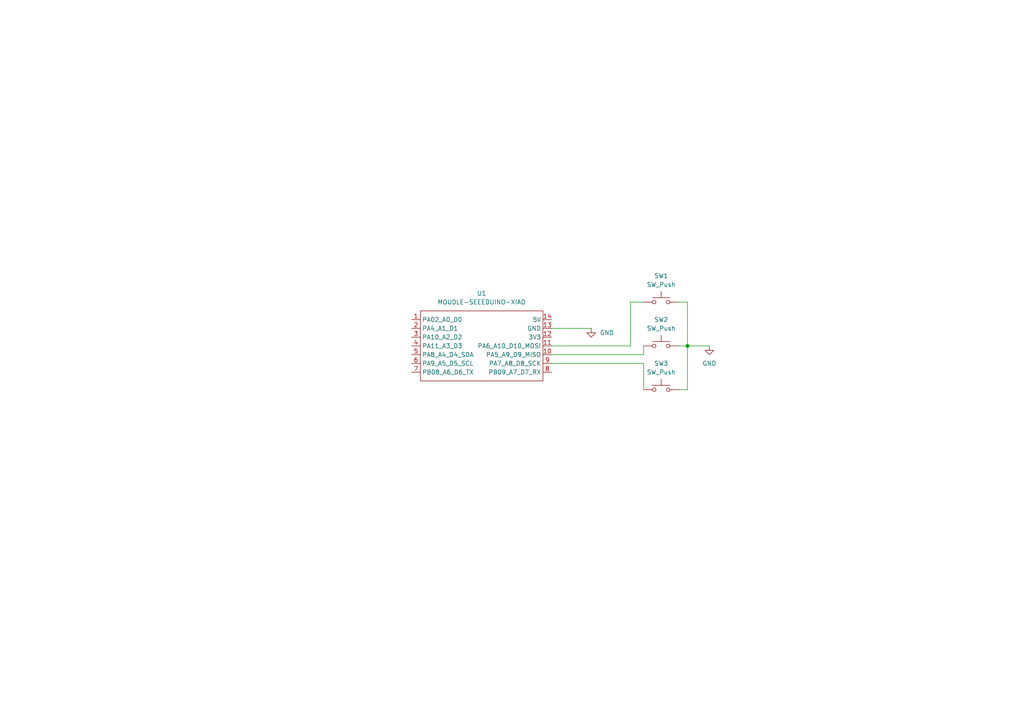
<source format=kicad_sch>
(kicad_sch
	(version 20250114)
	(generator "eeschema")
	(generator_version "9.0")
	(uuid "1edf2b54-eb90-4898-8fa6-0feeeb8ebfac")
	(paper "A4")
	(lib_symbols
		(symbol "Switch:SW_Push"
			(pin_numbers
				(hide yes)
			)
			(pin_names
				(offset 1.016)
				(hide yes)
			)
			(exclude_from_sim no)
			(in_bom yes)
			(on_board yes)
			(property "Reference" "SW"
				(at 1.27 2.54 0)
				(effects
					(font
						(size 1.27 1.27)
					)
					(justify left)
				)
			)
			(property "Value" "SW_Push"
				(at 0 -1.524 0)
				(effects
					(font
						(size 1.27 1.27)
					)
				)
			)
			(property "Footprint" ""
				(at 0 5.08 0)
				(effects
					(font
						(size 1.27 1.27)
					)
					(hide yes)
				)
			)
			(property "Datasheet" "~"
				(at 0 5.08 0)
				(effects
					(font
						(size 1.27 1.27)
					)
					(hide yes)
				)
			)
			(property "Description" "Push button switch, generic, two pins"
				(at 0 0 0)
				(effects
					(font
						(size 1.27 1.27)
					)
					(hide yes)
				)
			)
			(property "ki_keywords" "switch normally-open pushbutton push-button"
				(at 0 0 0)
				(effects
					(font
						(size 1.27 1.27)
					)
					(hide yes)
				)
			)
			(symbol "SW_Push_0_1"
				(circle
					(center -2.032 0)
					(radius 0.508)
					(stroke
						(width 0)
						(type default)
					)
					(fill
						(type none)
					)
				)
				(polyline
					(pts
						(xy 0 1.27) (xy 0 3.048)
					)
					(stroke
						(width 0)
						(type default)
					)
					(fill
						(type none)
					)
				)
				(circle
					(center 2.032 0)
					(radius 0.508)
					(stroke
						(width 0)
						(type default)
					)
					(fill
						(type none)
					)
				)
				(polyline
					(pts
						(xy 2.54 1.27) (xy -2.54 1.27)
					)
					(stroke
						(width 0)
						(type default)
					)
					(fill
						(type none)
					)
				)
				(pin passive line
					(at -5.08 0 0)
					(length 2.54)
					(name "1"
						(effects
							(font
								(size 1.27 1.27)
							)
						)
					)
					(number "1"
						(effects
							(font
								(size 1.27 1.27)
							)
						)
					)
				)
				(pin passive line
					(at 5.08 0 180)
					(length 2.54)
					(name "2"
						(effects
							(font
								(size 1.27 1.27)
							)
						)
					)
					(number "2"
						(effects
							(font
								(size 1.27 1.27)
							)
						)
					)
				)
			)
			(embedded_fonts no)
		)
		(symbol "XIAO_RP2040:MOUDLE-SEEEDUINO-XIAO"
			(exclude_from_sim no)
			(in_bom yes)
			(on_board yes)
			(property "Reference" "U"
				(at -16.51 11.43 0)
				(effects
					(font
						(size 1.27 1.27)
					)
				)
			)
			(property "Value" "MOUDLE-SEEEDUINO-XIAO"
				(at -3.81 -11.43 0)
				(effects
					(font
						(size 1.27 1.27)
					)
				)
			)
			(property "Footprint" ""
				(at -16.51 2.54 0)
				(effects
					(font
						(size 1.27 1.27)
					)
					(hide yes)
				)
			)
			(property "Datasheet" ""
				(at -16.51 2.54 0)
				(effects
					(font
						(size 1.27 1.27)
					)
					(hide yes)
				)
			)
			(property "Description" ""
				(at 0 0 0)
				(effects
					(font
						(size 1.27 1.27)
					)
					(hide yes)
				)
			)
			(symbol "MOUDLE-SEEEDUINO-XIAO_0_1"
				(rectangle
					(start -16.51 10.16)
					(end 19.05 -10.16)
					(stroke
						(width 0)
						(type default)
					)
					(fill
						(type none)
					)
				)
			)
			(symbol "MOUDLE-SEEEDUINO-XIAO_1_1"
				(pin passive line
					(at -19.05 7.62 0)
					(length 2.54)
					(name "PA02_A0_D0"
						(effects
							(font
								(size 1.27 1.27)
							)
						)
					)
					(number "1"
						(effects
							(font
								(size 1.27 1.27)
							)
						)
					)
				)
				(pin passive line
					(at -19.05 5.08 0)
					(length 2.54)
					(name "PA4_A1_D1"
						(effects
							(font
								(size 1.27 1.27)
							)
						)
					)
					(number "2"
						(effects
							(font
								(size 1.27 1.27)
							)
						)
					)
				)
				(pin passive line
					(at -19.05 2.54 0)
					(length 2.54)
					(name "PA10_A2_D2"
						(effects
							(font
								(size 1.27 1.27)
							)
						)
					)
					(number "3"
						(effects
							(font
								(size 1.27 1.27)
							)
						)
					)
				)
				(pin passive line
					(at -19.05 0 0)
					(length 2.54)
					(name "PA11_A3_D3"
						(effects
							(font
								(size 1.27 1.27)
							)
						)
					)
					(number "4"
						(effects
							(font
								(size 1.27 1.27)
							)
						)
					)
				)
				(pin passive line
					(at -19.05 -2.54 0)
					(length 2.54)
					(name "PA8_A4_D4_SDA"
						(effects
							(font
								(size 1.27 1.27)
							)
						)
					)
					(number "5"
						(effects
							(font
								(size 1.27 1.27)
							)
						)
					)
				)
				(pin passive line
					(at -19.05 -5.08 0)
					(length 2.54)
					(name "PA9_A5_D5_SCL"
						(effects
							(font
								(size 1.27 1.27)
							)
						)
					)
					(number "6"
						(effects
							(font
								(size 1.27 1.27)
							)
						)
					)
				)
				(pin passive line
					(at -19.05 -7.62 0)
					(length 2.54)
					(name "PB08_A6_D6_TX"
						(effects
							(font
								(size 1.27 1.27)
							)
						)
					)
					(number "7"
						(effects
							(font
								(size 1.27 1.27)
							)
						)
					)
				)
				(pin passive line
					(at 21.59 7.62 180)
					(length 2.54)
					(name "5V"
						(effects
							(font
								(size 1.27 1.27)
							)
						)
					)
					(number "14"
						(effects
							(font
								(size 1.27 1.27)
							)
						)
					)
				)
				(pin passive line
					(at 21.59 5.08 180)
					(length 2.54)
					(name "GND"
						(effects
							(font
								(size 1.27 1.27)
							)
						)
					)
					(number "13"
						(effects
							(font
								(size 1.27 1.27)
							)
						)
					)
				)
				(pin passive line
					(at 21.59 2.54 180)
					(length 2.54)
					(name "3V3"
						(effects
							(font
								(size 1.27 1.27)
							)
						)
					)
					(number "12"
						(effects
							(font
								(size 1.27 1.27)
							)
						)
					)
				)
				(pin passive line
					(at 21.59 0 180)
					(length 2.54)
					(name "PA6_A10_D10_MOSI"
						(effects
							(font
								(size 1.27 1.27)
							)
						)
					)
					(number "11"
						(effects
							(font
								(size 1.27 1.27)
							)
						)
					)
				)
				(pin passive line
					(at 21.59 -2.54 180)
					(length 2.54)
					(name "PA5_A9_D9_MISO"
						(effects
							(font
								(size 1.27 1.27)
							)
						)
					)
					(number "10"
						(effects
							(font
								(size 1.27 1.27)
							)
						)
					)
				)
				(pin passive line
					(at 21.59 -5.08 180)
					(length 2.54)
					(name "PA7_A8_D8_SCK"
						(effects
							(font
								(size 1.27 1.27)
							)
						)
					)
					(number "9"
						(effects
							(font
								(size 1.27 1.27)
							)
						)
					)
				)
				(pin passive line
					(at 21.59 -7.62 180)
					(length 2.54)
					(name "PB09_A7_D7_RX"
						(effects
							(font
								(size 1.27 1.27)
							)
						)
					)
					(number "8"
						(effects
							(font
								(size 1.27 1.27)
							)
						)
					)
				)
			)
			(embedded_fonts no)
		)
		(symbol "power:GND"
			(power)
			(pin_numbers
				(hide yes)
			)
			(pin_names
				(offset 0)
				(hide yes)
			)
			(exclude_from_sim no)
			(in_bom yes)
			(on_board yes)
			(property "Reference" "#PWR"
				(at 0 -6.35 0)
				(effects
					(font
						(size 1.27 1.27)
					)
					(hide yes)
				)
			)
			(property "Value" "GND"
				(at 0 -3.81 0)
				(effects
					(font
						(size 1.27 1.27)
					)
				)
			)
			(property "Footprint" ""
				(at 0 0 0)
				(effects
					(font
						(size 1.27 1.27)
					)
					(hide yes)
				)
			)
			(property "Datasheet" ""
				(at 0 0 0)
				(effects
					(font
						(size 1.27 1.27)
					)
					(hide yes)
				)
			)
			(property "Description" "Power symbol creates a global label with name \"GND\" , ground"
				(at 0 0 0)
				(effects
					(font
						(size 1.27 1.27)
					)
					(hide yes)
				)
			)
			(property "ki_keywords" "global power"
				(at 0 0 0)
				(effects
					(font
						(size 1.27 1.27)
					)
					(hide yes)
				)
			)
			(symbol "GND_0_1"
				(polyline
					(pts
						(xy 0 0) (xy 0 -1.27) (xy 1.27 -1.27) (xy 0 -2.54) (xy -1.27 -1.27) (xy 0 -1.27)
					)
					(stroke
						(width 0)
						(type default)
					)
					(fill
						(type none)
					)
				)
			)
			(symbol "GND_1_1"
				(pin power_in line
					(at 0 0 270)
					(length 0)
					(name "~"
						(effects
							(font
								(size 1.27 1.27)
							)
						)
					)
					(number "1"
						(effects
							(font
								(size 1.27 1.27)
							)
						)
					)
				)
			)
			(embedded_fonts no)
		)
	)
	(junction
		(at 199.39 100.33)
		(diameter 0)
		(color 0 0 0 0)
		(uuid "87d94d70-589a-4dba-a782-827cc20ffcd5")
	)
	(wire
		(pts
			(xy 186.69 105.41) (xy 160.02 105.41)
		)
		(stroke
			(width 0)
			(type default)
		)
		(uuid "14f09f7e-5cb1-4d50-a3a4-330cca089409")
	)
	(wire
		(pts
			(xy 199.39 113.03) (xy 199.39 100.33)
		)
		(stroke
			(width 0)
			(type default)
		)
		(uuid "218587e0-1325-409c-9901-a5b68ceeb6b4")
	)
	(wire
		(pts
			(xy 171.45 95.25) (xy 160.02 95.25)
		)
		(stroke
			(width 0)
			(type default)
		)
		(uuid "23de75f8-24ad-4410-b8ea-f089b2c59868")
	)
	(wire
		(pts
			(xy 196.85 113.03) (xy 199.39 113.03)
		)
		(stroke
			(width 0)
			(type default)
		)
		(uuid "4e64fe17-197c-4307-844c-48959c7b2531")
	)
	(wire
		(pts
			(xy 182.88 100.33) (xy 160.02 100.33)
		)
		(stroke
			(width 0)
			(type default)
		)
		(uuid "56c9215e-75f8-43d5-8b2e-854d331f6d90")
	)
	(wire
		(pts
			(xy 199.39 87.63) (xy 199.39 100.33)
		)
		(stroke
			(width 0)
			(type default)
		)
		(uuid "62b21570-9847-4c76-89ea-a1370bc2ca75")
	)
	(wire
		(pts
			(xy 182.88 87.63) (xy 182.88 100.33)
		)
		(stroke
			(width 0)
			(type default)
		)
		(uuid "673e9eac-dcd5-4148-bd2a-fcd364de7fc2")
	)
	(wire
		(pts
			(xy 186.69 102.87) (xy 160.02 102.87)
		)
		(stroke
			(width 0)
			(type default)
		)
		(uuid "8d641022-fa22-400c-a361-dbe20221d94b")
	)
	(wire
		(pts
			(xy 186.69 87.63) (xy 182.88 87.63)
		)
		(stroke
			(width 0)
			(type default)
		)
		(uuid "9a893963-8765-4fe4-aec9-cb2ec83b249d")
	)
	(wire
		(pts
			(xy 199.39 100.33) (xy 196.85 100.33)
		)
		(stroke
			(width 0)
			(type default)
		)
		(uuid "b9ad8acb-1078-4560-9940-b3d5dfee06be")
	)
	(wire
		(pts
			(xy 186.69 100.33) (xy 186.69 102.87)
		)
		(stroke
			(width 0)
			(type default)
		)
		(uuid "cf9010ca-2f84-4a0f-9efd-f46721163462")
	)
	(wire
		(pts
			(xy 186.69 113.03) (xy 186.69 105.41)
		)
		(stroke
			(width 0)
			(type default)
		)
		(uuid "d12ee9de-5efa-4e78-9ae7-91c3fafe450d")
	)
	(wire
		(pts
			(xy 196.85 87.63) (xy 199.39 87.63)
		)
		(stroke
			(width 0)
			(type default)
		)
		(uuid "d8bf6947-bcec-4911-87ef-75ef9bf826bf")
	)
	(wire
		(pts
			(xy 205.74 100.33) (xy 199.39 100.33)
		)
		(stroke
			(width 0)
			(type default)
		)
		(uuid "dbf5b0f1-0b88-4d60-8a66-fc6f87382cc2")
	)
	(symbol
		(lib_id "XIAO_RP2040:MOUDLE-SEEEDUINO-XIAO")
		(at 138.43 100.33 0)
		(unit 1)
		(exclude_from_sim no)
		(in_bom yes)
		(on_board yes)
		(dnp no)
		(fields_autoplaced yes)
		(uuid "393d86f8-ebf0-49d0-9f72-76f4fb18d554")
		(property "Reference" "U1"
			(at 139.7 85.09 0)
			(effects
				(font
					(size 1.27 1.27)
				)
			)
		)
		(property "Value" "MOUDLE-SEEEDUINO-XIAO"
			(at 139.7 87.63 0)
			(effects
				(font
					(size 1.27 1.27)
				)
			)
		)
		(property "Footprint" "footprints:XIAO-Generic-Hybrid-14P-2.54-21X17.8MM"
			(at 121.92 97.79 0)
			(effects
				(font
					(size 1.27 1.27)
				)
				(hide yes)
			)
		)
		(property "Datasheet" ""
			(at 121.92 97.79 0)
			(effects
				(font
					(size 1.27 1.27)
				)
				(hide yes)
			)
		)
		(property "Description" ""
			(at 138.43 100.33 0)
			(effects
				(font
					(size 1.27 1.27)
				)
				(hide yes)
			)
		)
		(pin "10"
			(uuid "9bce7ffc-365a-4546-847e-a21245146e51")
		)
		(pin "14"
			(uuid "518e8036-bf36-42af-b931-833d2bb6799d")
		)
		(pin "13"
			(uuid "2e03350b-aa63-4634-91b7-a0edcb644392")
		)
		(pin "11"
			(uuid "f87ad4bc-e2e8-496e-9fae-a3cc9c718569")
		)
		(pin "3"
			(uuid "397269ce-4adc-42ae-9290-1728879cee7e")
		)
		(pin "12"
			(uuid "38eedb36-642e-48ce-a633-c6d4a2357533")
		)
		(pin "8"
			(uuid "7df3e56b-c0c1-4621-94e3-ae1936bb1442")
		)
		(pin "4"
			(uuid "555722dd-1fa3-4bc9-8b64-289b5529fcd6")
		)
		(pin "5"
			(uuid "e9764ccf-7b2c-43ef-94bc-b8a169e39efb")
		)
		(pin "2"
			(uuid "43d21733-8f67-40f8-b09f-0194049d392a")
		)
		(pin "1"
			(uuid "6b2c2e97-626f-4ddc-be50-118c35e1d7ff")
		)
		(pin "7"
			(uuid "bb2df3f4-8258-415d-844f-1a5c8f7448a0")
		)
		(pin "6"
			(uuid "2a45162e-17ee-43e8-a4e3-1bf574b341ca")
		)
		(pin "9"
			(uuid "ec939903-69b8-4851-aa0d-c95f82b684fd")
		)
		(instances
			(project ""
				(path "/1edf2b54-eb90-4898-8fa6-0feeeb8ebfac"
					(reference "U1")
					(unit 1)
				)
			)
		)
	)
	(symbol
		(lib_id "power:GND")
		(at 171.45 95.25 0)
		(unit 1)
		(exclude_from_sim no)
		(in_bom yes)
		(on_board yes)
		(dnp no)
		(fields_autoplaced yes)
		(uuid "9288fd46-73bf-4a73-984d-3581c7bbe7e7")
		(property "Reference" "#PWR01"
			(at 171.45 101.6 0)
			(effects
				(font
					(size 1.27 1.27)
				)
				(hide yes)
			)
		)
		(property "Value" "GND"
			(at 173.99 96.5199 0)
			(effects
				(font
					(size 1.27 1.27)
				)
				(justify left)
			)
		)
		(property "Footprint" ""
			(at 171.45 95.25 0)
			(effects
				(font
					(size 1.27 1.27)
				)
				(hide yes)
			)
		)
		(property "Datasheet" ""
			(at 171.45 95.25 0)
			(effects
				(font
					(size 1.27 1.27)
				)
				(hide yes)
			)
		)
		(property "Description" "Power symbol creates a global label with name \"GND\" , ground"
			(at 171.45 95.25 0)
			(effects
				(font
					(size 1.27 1.27)
				)
				(hide yes)
			)
		)
		(pin "1"
			(uuid "a1902f3a-00da-4c7d-9970-056b612e4b44")
		)
		(instances
			(project ""
				(path "/1edf2b54-eb90-4898-8fa6-0feeeb8ebfac"
					(reference "#PWR01")
					(unit 1)
				)
			)
		)
	)
	(symbol
		(lib_id "Switch:SW_Push")
		(at 191.77 113.03 0)
		(unit 1)
		(exclude_from_sim no)
		(in_bom yes)
		(on_board yes)
		(dnp no)
		(fields_autoplaced yes)
		(uuid "a1ae5fb7-bd9e-48f8-9351-e1a340dcae32")
		(property "Reference" "SW3"
			(at 191.77 105.41 0)
			(effects
				(font
					(size 1.27 1.27)
				)
			)
		)
		(property "Value" "SW_Push"
			(at 191.77 107.95 0)
			(effects
				(font
					(size 1.27 1.27)
				)
			)
		)
		(property "Footprint" "Button_Switch_Keyboard:SW_Cherry_MX_1.00u_Plate"
			(at 191.77 107.95 0)
			(effects
				(font
					(size 1.27 1.27)
				)
				(hide yes)
			)
		)
		(property "Datasheet" "~"
			(at 191.77 107.95 0)
			(effects
				(font
					(size 1.27 1.27)
				)
				(hide yes)
			)
		)
		(property "Description" "Push button switch, generic, two pins"
			(at 191.77 113.03 0)
			(effects
				(font
					(size 1.27 1.27)
				)
				(hide yes)
			)
		)
		(pin "1"
			(uuid "6c496d9b-a473-4e23-88d7-4510f3e98a01")
		)
		(pin "2"
			(uuid "4437adad-a564-4075-9e82-fada2ffb5524")
		)
		(instances
			(project "MonPremierMacpad"
				(path "/1edf2b54-eb90-4898-8fa6-0feeeb8ebfac"
					(reference "SW3")
					(unit 1)
				)
			)
		)
	)
	(symbol
		(lib_id "power:GND")
		(at 205.74 100.33 0)
		(unit 1)
		(exclude_from_sim no)
		(in_bom yes)
		(on_board yes)
		(dnp no)
		(fields_autoplaced yes)
		(uuid "abe44ef6-0005-4566-8b91-6b7b842cd3b8")
		(property "Reference" "#PWR02"
			(at 205.74 106.68 0)
			(effects
				(font
					(size 1.27 1.27)
				)
				(hide yes)
			)
		)
		(property "Value" "GND"
			(at 205.74 105.41 0)
			(effects
				(font
					(size 1.27 1.27)
				)
			)
		)
		(property "Footprint" ""
			(at 205.74 100.33 0)
			(effects
				(font
					(size 1.27 1.27)
				)
				(hide yes)
			)
		)
		(property "Datasheet" ""
			(at 205.74 100.33 0)
			(effects
				(font
					(size 1.27 1.27)
				)
				(hide yes)
			)
		)
		(property "Description" "Power symbol creates a global label with name \"GND\" , ground"
			(at 205.74 100.33 0)
			(effects
				(font
					(size 1.27 1.27)
				)
				(hide yes)
			)
		)
		(pin "1"
			(uuid "607b4e4b-959e-4b33-8ea7-869f96913c1a")
		)
		(instances
			(project ""
				(path "/1edf2b54-eb90-4898-8fa6-0feeeb8ebfac"
					(reference "#PWR02")
					(unit 1)
				)
			)
		)
	)
	(symbol
		(lib_id "Switch:SW_Push")
		(at 191.77 87.63 0)
		(unit 1)
		(exclude_from_sim no)
		(in_bom yes)
		(on_board yes)
		(dnp no)
		(fields_autoplaced yes)
		(uuid "b24b25f9-7fd5-461a-bd8b-04c6d6585f22")
		(property "Reference" "SW1"
			(at 191.77 80.01 0)
			(effects
				(font
					(size 1.27 1.27)
				)
			)
		)
		(property "Value" "SW_Push"
			(at 191.77 82.55 0)
			(effects
				(font
					(size 1.27 1.27)
				)
			)
		)
		(property "Footprint" "Button_Switch_Keyboard:SW_Cherry_MX_1.00u_Plate"
			(at 191.77 82.55 0)
			(effects
				(font
					(size 1.27 1.27)
				)
				(hide yes)
			)
		)
		(property "Datasheet" "~"
			(at 191.77 82.55 0)
			(effects
				(font
					(size 1.27 1.27)
				)
				(hide yes)
			)
		)
		(property "Description" "Push button switch, generic, two pins"
			(at 191.77 87.63 0)
			(effects
				(font
					(size 1.27 1.27)
				)
				(hide yes)
			)
		)
		(pin "1"
			(uuid "cac72449-0f9c-43e7-9e01-630e4c89fd60")
		)
		(pin "2"
			(uuid "124e4425-7dc4-4c3a-962d-7c250763f5ee")
		)
		(instances
			(project ""
				(path "/1edf2b54-eb90-4898-8fa6-0feeeb8ebfac"
					(reference "SW1")
					(unit 1)
				)
			)
		)
	)
	(symbol
		(lib_id "Switch:SW_Push")
		(at 191.77 100.33 0)
		(unit 1)
		(exclude_from_sim no)
		(in_bom yes)
		(on_board yes)
		(dnp no)
		(fields_autoplaced yes)
		(uuid "e373e8bb-0f57-4007-8fe3-7448be9aaf2a")
		(property "Reference" "SW2"
			(at 191.77 92.71 0)
			(effects
				(font
					(size 1.27 1.27)
				)
			)
		)
		(property "Value" "SW_Push"
			(at 191.77 95.25 0)
			(effects
				(font
					(size 1.27 1.27)
				)
			)
		)
		(property "Footprint" "Button_Switch_Keyboard:SW_Cherry_MX_1.00u_Plate"
			(at 191.77 95.25 0)
			(effects
				(font
					(size 1.27 1.27)
				)
				(hide yes)
			)
		)
		(property "Datasheet" "~"
			(at 191.77 95.25 0)
			(effects
				(font
					(size 1.27 1.27)
				)
				(hide yes)
			)
		)
		(property "Description" "Push button switch, generic, two pins"
			(at 191.77 100.33 0)
			(effects
				(font
					(size 1.27 1.27)
				)
				(hide yes)
			)
		)
		(pin "1"
			(uuid "7aed9361-1849-486f-bd94-e63c6023ab68")
		)
		(pin "2"
			(uuid "3b8a4e0c-2acf-4cc2-9a37-da7443900657")
		)
		(instances
			(project "MonPremierMacpad"
				(path "/1edf2b54-eb90-4898-8fa6-0feeeb8ebfac"
					(reference "SW2")
					(unit 1)
				)
			)
		)
	)
	(sheet_instances
		(path "/"
			(page "1")
		)
	)
	(embedded_fonts no)
)

</source>
